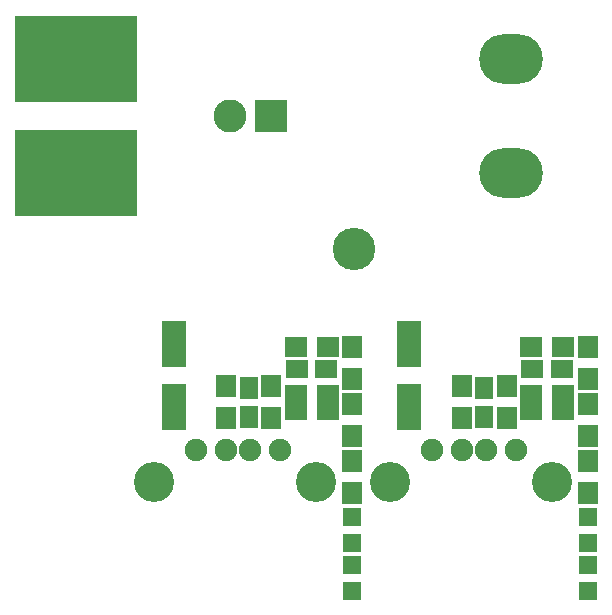
<source format=gts>
G04 #@! TF.FileFunction,Soldermask,Top*
%FSLAX46Y46*%
G04 Gerber Fmt 4.6, Leading zero omitted, Abs format (unit mm)*
G04 Created by KiCad (PCBNEW 4.0.6-e0-6349~53~ubuntu16.04.1) date Thu Apr 27 18:13:27 2017*
%MOMM*%
%LPD*%
G01*
G04 APERTURE LIST*
%ADD10C,0.100000*%
%ADD11R,10.400000X7.400000*%
%ADD12R,1.900000X1.650000*%
%ADD13R,1.650000X1.900000*%
%ADD14R,2.000000X3.900000*%
%ADD15R,1.600000X1.600000*%
%ADD16C,2.800000*%
%ADD17R,2.800000X2.800000*%
%ADD18C,1.900000*%
%ADD19C,3.400000*%
%ADD20O,5.400000X4.200000*%
%ADD21R,1.700000X1.900000*%
%ADD22R,1.900000X1.700000*%
%ADD23R,1.960000X1.050000*%
%ADD24C,3.600000*%
G04 APERTURE END LIST*
D10*
D11*
X128130800Y-84683600D03*
X128130800Y-94335600D03*
D12*
X149332000Y-110998000D03*
X146832000Y-110998000D03*
X169271000Y-110998000D03*
X166771000Y-110998000D03*
D13*
X142748000Y-115042000D03*
X142748000Y-112542000D03*
X162687000Y-115042000D03*
X162687000Y-112542000D03*
D14*
X136398000Y-114206000D03*
X136398000Y-108806000D03*
X156337000Y-114206000D03*
X156337000Y-108806000D03*
D15*
X151511000Y-123487000D03*
X151511000Y-125687000D03*
X171450000Y-123487000D03*
X171450000Y-125687000D03*
X151511000Y-127551000D03*
X151511000Y-129751000D03*
X171450000Y-127551000D03*
X171450000Y-129751000D03*
D16*
X141127600Y-89509600D03*
D17*
X144627600Y-89509600D03*
D18*
X145413000Y-117856000D03*
X142873000Y-117856000D03*
X140843000Y-117856000D03*
X138303000Y-117856000D03*
D19*
X148463000Y-120526000D03*
X134743000Y-120526000D03*
D18*
X165352000Y-117856000D03*
X162812000Y-117856000D03*
X160782000Y-117856000D03*
X158242000Y-117856000D03*
D19*
X168402000Y-120526000D03*
X154682000Y-120526000D03*
D20*
X164973000Y-84709000D03*
X164973000Y-94352000D03*
D21*
X151511000Y-113966000D03*
X151511000Y-116666000D03*
X171450000Y-113966000D03*
X171450000Y-116666000D03*
X151511000Y-109140000D03*
X151511000Y-111840000D03*
X171450000Y-109140000D03*
X171450000Y-111840000D03*
D22*
X149432000Y-109093000D03*
X146732000Y-109093000D03*
X169371000Y-109093000D03*
X166671000Y-109093000D03*
D21*
X144653000Y-112442000D03*
X144653000Y-115142000D03*
X164592000Y-112442000D03*
X164592000Y-115142000D03*
X140843000Y-115142000D03*
X140843000Y-112442000D03*
X160782000Y-115142000D03*
X160782000Y-112442000D03*
X151511000Y-118792000D03*
X151511000Y-121492000D03*
X171450000Y-118792000D03*
X171450000Y-121492000D03*
D23*
X149432000Y-114742000D03*
X149432000Y-113792000D03*
X149432000Y-112842000D03*
X146732000Y-112842000D03*
X146732000Y-114742000D03*
X146732000Y-113792000D03*
X169371000Y-114742000D03*
X169371000Y-113792000D03*
X169371000Y-112842000D03*
X166671000Y-112842000D03*
X166671000Y-114742000D03*
X166671000Y-113792000D03*
D24*
X151638000Y-100838000D03*
M02*

</source>
